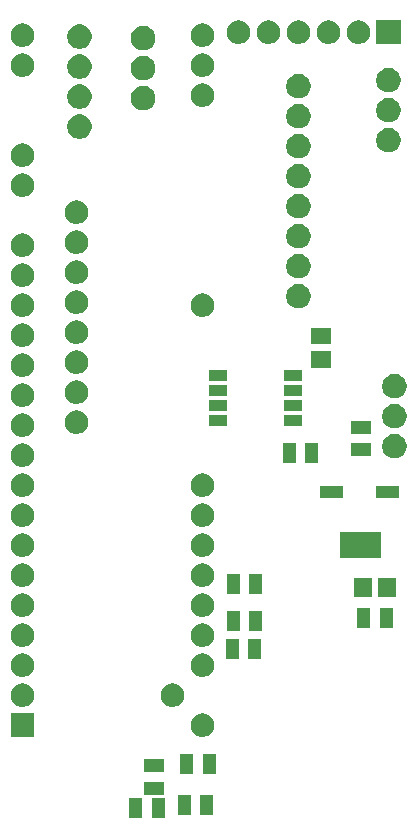
<source format=gbr>
G04 #@! TF.GenerationSoftware,KiCad,Pcbnew,(5.0.1)-rc2*
G04 #@! TF.CreationDate,2018-11-18T21:24:52-07:00*
G04 #@! TF.ProjectId,GPSLogger,4750534C6F676765722E6B696361645F,rev?*
G04 #@! TF.SameCoordinates,Original*
G04 #@! TF.FileFunction,Soldermask,Bot*
G04 #@! TF.FilePolarity,Negative*
%FSLAX46Y46*%
G04 Gerber Fmt 4.6, Leading zero omitted, Abs format (unit mm)*
G04 Created by KiCad (PCBNEW (5.0.1)-rc2) date 11/18/2018 9:24:52 PM*
%MOMM*%
%LPD*%
G01*
G04 APERTURE LIST*
%ADD10C,0.100000*%
G04 APERTURE END LIST*
D10*
G36*
X142086500Y-94512500D02*
X140986500Y-94512500D01*
X140986500Y-92812500D01*
X142086500Y-92812500D01*
X142086500Y-94512500D01*
X142086500Y-94512500D01*
G37*
G36*
X140186500Y-94512500D02*
X139086500Y-94512500D01*
X139086500Y-92812500D01*
X140186500Y-92812500D01*
X140186500Y-94512500D01*
X140186500Y-94512500D01*
G37*
G36*
X146216500Y-94195000D02*
X145116500Y-94195000D01*
X145116500Y-92495000D01*
X146216500Y-92495000D01*
X146216500Y-94195000D01*
X146216500Y-94195000D01*
G37*
G36*
X144316500Y-94195000D02*
X143216500Y-94195000D01*
X143216500Y-92495000D01*
X144316500Y-92495000D01*
X144316500Y-94195000D01*
X144316500Y-94195000D01*
G37*
G36*
X142074000Y-92498000D02*
X140374000Y-92498000D01*
X140374000Y-91398000D01*
X142074000Y-91398000D01*
X142074000Y-92498000D01*
X142074000Y-92498000D01*
G37*
G36*
X146407000Y-90766000D02*
X145307000Y-90766000D01*
X145307000Y-89066000D01*
X146407000Y-89066000D01*
X146407000Y-90766000D01*
X146407000Y-90766000D01*
G37*
G36*
X144507000Y-90766000D02*
X143407000Y-90766000D01*
X143407000Y-89066000D01*
X144507000Y-89066000D01*
X144507000Y-90766000D01*
X144507000Y-90766000D01*
G37*
G36*
X142074000Y-90598000D02*
X140374000Y-90598000D01*
X140374000Y-89498000D01*
X142074000Y-89498000D01*
X142074000Y-90598000D01*
X142074000Y-90598000D01*
G37*
G36*
X131048000Y-87614000D02*
X129048000Y-87614000D01*
X129048000Y-85614000D01*
X131048000Y-85614000D01*
X131048000Y-87614000D01*
X131048000Y-87614000D01*
G37*
G36*
X145463770Y-85629372D02*
X145579689Y-85652429D01*
X145761678Y-85727811D01*
X145925463Y-85837249D01*
X146064751Y-85976537D01*
X146174189Y-86140322D01*
X146249571Y-86322311D01*
X146288000Y-86515509D01*
X146288000Y-86712491D01*
X146249571Y-86905689D01*
X146174189Y-87087678D01*
X146064751Y-87251463D01*
X145925463Y-87390751D01*
X145761678Y-87500189D01*
X145579689Y-87575571D01*
X145463770Y-87598628D01*
X145386493Y-87614000D01*
X145189507Y-87614000D01*
X145112230Y-87598628D01*
X144996311Y-87575571D01*
X144814322Y-87500189D01*
X144650537Y-87390751D01*
X144511249Y-87251463D01*
X144401811Y-87087678D01*
X144326429Y-86905689D01*
X144288000Y-86712491D01*
X144288000Y-86515509D01*
X144326429Y-86322311D01*
X144401811Y-86140322D01*
X144511249Y-85976537D01*
X144650537Y-85837249D01*
X144814322Y-85727811D01*
X144996311Y-85652429D01*
X145112230Y-85629372D01*
X145189507Y-85614000D01*
X145386493Y-85614000D01*
X145463770Y-85629372D01*
X145463770Y-85629372D01*
G37*
G36*
X142923770Y-83089372D02*
X143039689Y-83112429D01*
X143221678Y-83187811D01*
X143385463Y-83297249D01*
X143524751Y-83436537D01*
X143634189Y-83600322D01*
X143709571Y-83782311D01*
X143748000Y-83975509D01*
X143748000Y-84172491D01*
X143709571Y-84365689D01*
X143634189Y-84547678D01*
X143524751Y-84711463D01*
X143385463Y-84850751D01*
X143221678Y-84960189D01*
X143039689Y-85035571D01*
X142923770Y-85058628D01*
X142846493Y-85074000D01*
X142649507Y-85074000D01*
X142572230Y-85058628D01*
X142456311Y-85035571D01*
X142274322Y-84960189D01*
X142110537Y-84850751D01*
X141971249Y-84711463D01*
X141861811Y-84547678D01*
X141786429Y-84365689D01*
X141748000Y-84172491D01*
X141748000Y-83975509D01*
X141786429Y-83782311D01*
X141861811Y-83600322D01*
X141971249Y-83436537D01*
X142110537Y-83297249D01*
X142274322Y-83187811D01*
X142456311Y-83112429D01*
X142572230Y-83089372D01*
X142649507Y-83074000D01*
X142846493Y-83074000D01*
X142923770Y-83089372D01*
X142923770Y-83089372D01*
G37*
G36*
X130223770Y-83089372D02*
X130339689Y-83112429D01*
X130521678Y-83187811D01*
X130685463Y-83297249D01*
X130824751Y-83436537D01*
X130934189Y-83600322D01*
X131009571Y-83782311D01*
X131048000Y-83975509D01*
X131048000Y-84172491D01*
X131009571Y-84365689D01*
X130934189Y-84547678D01*
X130824751Y-84711463D01*
X130685463Y-84850751D01*
X130521678Y-84960189D01*
X130339689Y-85035571D01*
X130223770Y-85058628D01*
X130146493Y-85074000D01*
X129949507Y-85074000D01*
X129872230Y-85058628D01*
X129756311Y-85035571D01*
X129574322Y-84960189D01*
X129410537Y-84850751D01*
X129271249Y-84711463D01*
X129161811Y-84547678D01*
X129086429Y-84365689D01*
X129048000Y-84172491D01*
X129048000Y-83975509D01*
X129086429Y-83782311D01*
X129161811Y-83600322D01*
X129271249Y-83436537D01*
X129410537Y-83297249D01*
X129574322Y-83187811D01*
X129756311Y-83112429D01*
X129872230Y-83089372D01*
X129949507Y-83074000D01*
X130146493Y-83074000D01*
X130223770Y-83089372D01*
X130223770Y-83089372D01*
G37*
G36*
X130223770Y-80549372D02*
X130339689Y-80572429D01*
X130521678Y-80647811D01*
X130685463Y-80757249D01*
X130824751Y-80896537D01*
X130934189Y-81060322D01*
X131009571Y-81242311D01*
X131048000Y-81435509D01*
X131048000Y-81632491D01*
X131009571Y-81825689D01*
X130934189Y-82007678D01*
X130824751Y-82171463D01*
X130685463Y-82310751D01*
X130521678Y-82420189D01*
X130339689Y-82495571D01*
X130223770Y-82518628D01*
X130146493Y-82534000D01*
X129949507Y-82534000D01*
X129872230Y-82518628D01*
X129756311Y-82495571D01*
X129574322Y-82420189D01*
X129410537Y-82310751D01*
X129271249Y-82171463D01*
X129161811Y-82007678D01*
X129086429Y-81825689D01*
X129048000Y-81632491D01*
X129048000Y-81435509D01*
X129086429Y-81242311D01*
X129161811Y-81060322D01*
X129271249Y-80896537D01*
X129410537Y-80757249D01*
X129574322Y-80647811D01*
X129756311Y-80572429D01*
X129872230Y-80549372D01*
X129949507Y-80534000D01*
X130146493Y-80534000D01*
X130223770Y-80549372D01*
X130223770Y-80549372D01*
G37*
G36*
X145463770Y-80549372D02*
X145579689Y-80572429D01*
X145761678Y-80647811D01*
X145925463Y-80757249D01*
X146064751Y-80896537D01*
X146174189Y-81060322D01*
X146249571Y-81242311D01*
X146288000Y-81435509D01*
X146288000Y-81632491D01*
X146249571Y-81825689D01*
X146174189Y-82007678D01*
X146064751Y-82171463D01*
X145925463Y-82310751D01*
X145761678Y-82420189D01*
X145579689Y-82495571D01*
X145463770Y-82518628D01*
X145386493Y-82534000D01*
X145189507Y-82534000D01*
X145112230Y-82518628D01*
X144996311Y-82495571D01*
X144814322Y-82420189D01*
X144650537Y-82310751D01*
X144511249Y-82171463D01*
X144401811Y-82007678D01*
X144326429Y-81825689D01*
X144288000Y-81632491D01*
X144288000Y-81435509D01*
X144326429Y-81242311D01*
X144401811Y-81060322D01*
X144511249Y-80896537D01*
X144650537Y-80757249D01*
X144814322Y-80647811D01*
X144996311Y-80572429D01*
X145112230Y-80549372D01*
X145189507Y-80534000D01*
X145386493Y-80534000D01*
X145463770Y-80549372D01*
X145463770Y-80549372D01*
G37*
G36*
X148383000Y-81050500D02*
X147283000Y-81050500D01*
X147283000Y-79350500D01*
X148383000Y-79350500D01*
X148383000Y-81050500D01*
X148383000Y-81050500D01*
G37*
G36*
X150283000Y-81050500D02*
X149183000Y-81050500D01*
X149183000Y-79350500D01*
X150283000Y-79350500D01*
X150283000Y-81050500D01*
X150283000Y-81050500D01*
G37*
G36*
X130223770Y-78009372D02*
X130339689Y-78032429D01*
X130521678Y-78107811D01*
X130685463Y-78217249D01*
X130824751Y-78356537D01*
X130934189Y-78520322D01*
X131009571Y-78702311D01*
X131048000Y-78895509D01*
X131048000Y-79092491D01*
X131009571Y-79285689D01*
X130934189Y-79467678D01*
X130824751Y-79631463D01*
X130685463Y-79770751D01*
X130521678Y-79880189D01*
X130339689Y-79955571D01*
X130223770Y-79978628D01*
X130146493Y-79994000D01*
X129949507Y-79994000D01*
X129872230Y-79978628D01*
X129756311Y-79955571D01*
X129574322Y-79880189D01*
X129410537Y-79770751D01*
X129271249Y-79631463D01*
X129161811Y-79467678D01*
X129086429Y-79285689D01*
X129048000Y-79092491D01*
X129048000Y-78895509D01*
X129086429Y-78702311D01*
X129161811Y-78520322D01*
X129271249Y-78356537D01*
X129410537Y-78217249D01*
X129574322Y-78107811D01*
X129756311Y-78032429D01*
X129872230Y-78009372D01*
X129949507Y-77994000D01*
X130146493Y-77994000D01*
X130223770Y-78009372D01*
X130223770Y-78009372D01*
G37*
G36*
X145463770Y-78009372D02*
X145579689Y-78032429D01*
X145761678Y-78107811D01*
X145925463Y-78217249D01*
X146064751Y-78356537D01*
X146174189Y-78520322D01*
X146249571Y-78702311D01*
X146288000Y-78895509D01*
X146288000Y-79092491D01*
X146249571Y-79285689D01*
X146174189Y-79467678D01*
X146064751Y-79631463D01*
X145925463Y-79770751D01*
X145761678Y-79880189D01*
X145579689Y-79955571D01*
X145463770Y-79978628D01*
X145386493Y-79994000D01*
X145189507Y-79994000D01*
X145112230Y-79978628D01*
X144996311Y-79955571D01*
X144814322Y-79880189D01*
X144650537Y-79770751D01*
X144511249Y-79631463D01*
X144401811Y-79467678D01*
X144326429Y-79285689D01*
X144288000Y-79092491D01*
X144288000Y-78895509D01*
X144326429Y-78702311D01*
X144401811Y-78520322D01*
X144511249Y-78356537D01*
X144650537Y-78217249D01*
X144814322Y-78107811D01*
X144996311Y-78032429D01*
X145112230Y-78009372D01*
X145189507Y-77994000D01*
X145386493Y-77994000D01*
X145463770Y-78009372D01*
X145463770Y-78009372D01*
G37*
G36*
X148444000Y-78637500D02*
X147344000Y-78637500D01*
X147344000Y-76937500D01*
X148444000Y-76937500D01*
X148444000Y-78637500D01*
X148444000Y-78637500D01*
G37*
G36*
X150344000Y-78637500D02*
X149244000Y-78637500D01*
X149244000Y-76937500D01*
X150344000Y-76937500D01*
X150344000Y-78637500D01*
X150344000Y-78637500D01*
G37*
G36*
X159490500Y-78383500D02*
X158390500Y-78383500D01*
X158390500Y-76683500D01*
X159490500Y-76683500D01*
X159490500Y-78383500D01*
X159490500Y-78383500D01*
G37*
G36*
X161390500Y-78383500D02*
X160290500Y-78383500D01*
X160290500Y-76683500D01*
X161390500Y-76683500D01*
X161390500Y-78383500D01*
X161390500Y-78383500D01*
G37*
G36*
X130223770Y-75469372D02*
X130339689Y-75492429D01*
X130521678Y-75567811D01*
X130685463Y-75677249D01*
X130824751Y-75816537D01*
X130934189Y-75980322D01*
X131009571Y-76162311D01*
X131048000Y-76355509D01*
X131048000Y-76552491D01*
X131009571Y-76745689D01*
X130934189Y-76927678D01*
X130824751Y-77091463D01*
X130685463Y-77230751D01*
X130521678Y-77340189D01*
X130339689Y-77415571D01*
X130223770Y-77438628D01*
X130146493Y-77454000D01*
X129949507Y-77454000D01*
X129872230Y-77438628D01*
X129756311Y-77415571D01*
X129574322Y-77340189D01*
X129410537Y-77230751D01*
X129271249Y-77091463D01*
X129161811Y-76927678D01*
X129086429Y-76745689D01*
X129048000Y-76552491D01*
X129048000Y-76355509D01*
X129086429Y-76162311D01*
X129161811Y-75980322D01*
X129271249Y-75816537D01*
X129410537Y-75677249D01*
X129574322Y-75567811D01*
X129756311Y-75492429D01*
X129872230Y-75469372D01*
X129949507Y-75454000D01*
X130146493Y-75454000D01*
X130223770Y-75469372D01*
X130223770Y-75469372D01*
G37*
G36*
X145463770Y-75469372D02*
X145579689Y-75492429D01*
X145761678Y-75567811D01*
X145925463Y-75677249D01*
X146064751Y-75816537D01*
X146174189Y-75980322D01*
X146249571Y-76162311D01*
X146288000Y-76355509D01*
X146288000Y-76552491D01*
X146249571Y-76745689D01*
X146174189Y-76927678D01*
X146064751Y-77091463D01*
X145925463Y-77230751D01*
X145761678Y-77340189D01*
X145579689Y-77415571D01*
X145463770Y-77438628D01*
X145386493Y-77454000D01*
X145189507Y-77454000D01*
X145112230Y-77438628D01*
X144996311Y-77415571D01*
X144814322Y-77340189D01*
X144650537Y-77230751D01*
X144511249Y-77091463D01*
X144401811Y-76927678D01*
X144326429Y-76745689D01*
X144288000Y-76552491D01*
X144288000Y-76355509D01*
X144326429Y-76162311D01*
X144401811Y-75980322D01*
X144511249Y-75816537D01*
X144650537Y-75677249D01*
X144814322Y-75567811D01*
X144996311Y-75492429D01*
X145112230Y-75469372D01*
X145189507Y-75454000D01*
X145386493Y-75454000D01*
X145463770Y-75469372D01*
X145463770Y-75469372D01*
G37*
G36*
X159613600Y-75793600D02*
X158140400Y-75793600D01*
X158140400Y-74142600D01*
X159613600Y-74142600D01*
X159613600Y-75793600D01*
X159613600Y-75793600D01*
G37*
G36*
X161645600Y-75780900D02*
X160172400Y-75780900D01*
X160172400Y-74129900D01*
X161645600Y-74129900D01*
X161645600Y-75780900D01*
X161645600Y-75780900D01*
G37*
G36*
X150346500Y-75526000D02*
X149246500Y-75526000D01*
X149246500Y-73826000D01*
X150346500Y-73826000D01*
X150346500Y-75526000D01*
X150346500Y-75526000D01*
G37*
G36*
X148446500Y-75526000D02*
X147346500Y-75526000D01*
X147346500Y-73826000D01*
X148446500Y-73826000D01*
X148446500Y-75526000D01*
X148446500Y-75526000D01*
G37*
G36*
X130223770Y-72929372D02*
X130339689Y-72952429D01*
X130521678Y-73027811D01*
X130685463Y-73137249D01*
X130824751Y-73276537D01*
X130934189Y-73440322D01*
X131009571Y-73622311D01*
X131048000Y-73815509D01*
X131048000Y-74012491D01*
X131009571Y-74205689D01*
X130934189Y-74387678D01*
X130824751Y-74551463D01*
X130685463Y-74690751D01*
X130521678Y-74800189D01*
X130339689Y-74875571D01*
X130223770Y-74898628D01*
X130146493Y-74914000D01*
X129949507Y-74914000D01*
X129872230Y-74898628D01*
X129756311Y-74875571D01*
X129574322Y-74800189D01*
X129410537Y-74690751D01*
X129271249Y-74551463D01*
X129161811Y-74387678D01*
X129086429Y-74205689D01*
X129048000Y-74012491D01*
X129048000Y-73815509D01*
X129086429Y-73622311D01*
X129161811Y-73440322D01*
X129271249Y-73276537D01*
X129410537Y-73137249D01*
X129574322Y-73027811D01*
X129756311Y-72952429D01*
X129872230Y-72929372D01*
X129949507Y-72914000D01*
X130146493Y-72914000D01*
X130223770Y-72929372D01*
X130223770Y-72929372D01*
G37*
G36*
X145463770Y-72929372D02*
X145579689Y-72952429D01*
X145761678Y-73027811D01*
X145925463Y-73137249D01*
X146064751Y-73276537D01*
X146174189Y-73440322D01*
X146249571Y-73622311D01*
X146288000Y-73815509D01*
X146288000Y-74012491D01*
X146249571Y-74205689D01*
X146174189Y-74387678D01*
X146064751Y-74551463D01*
X145925463Y-74690751D01*
X145761678Y-74800189D01*
X145579689Y-74875571D01*
X145463770Y-74898628D01*
X145386493Y-74914000D01*
X145189507Y-74914000D01*
X145112230Y-74898628D01*
X144996311Y-74875571D01*
X144814322Y-74800189D01*
X144650537Y-74690751D01*
X144511249Y-74551463D01*
X144401811Y-74387678D01*
X144326429Y-74205689D01*
X144288000Y-74012491D01*
X144288000Y-73815509D01*
X144326429Y-73622311D01*
X144401811Y-73440322D01*
X144511249Y-73276537D01*
X144650537Y-73137249D01*
X144814322Y-73027811D01*
X144996311Y-72952429D01*
X145112230Y-72929372D01*
X145189507Y-72914000D01*
X145386493Y-72914000D01*
X145463770Y-72929372D01*
X145463770Y-72929372D01*
G37*
G36*
X160380000Y-72478000D02*
X156980000Y-72478000D01*
X156980000Y-70278000D01*
X160380000Y-70278000D01*
X160380000Y-72478000D01*
X160380000Y-72478000D01*
G37*
G36*
X145463770Y-70389372D02*
X145579689Y-70412429D01*
X145761678Y-70487811D01*
X145925463Y-70597249D01*
X146064751Y-70736537D01*
X146174189Y-70900322D01*
X146249571Y-71082311D01*
X146288000Y-71275509D01*
X146288000Y-71472491D01*
X146249571Y-71665689D01*
X146174189Y-71847678D01*
X146064751Y-72011463D01*
X145925463Y-72150751D01*
X145761678Y-72260189D01*
X145579689Y-72335571D01*
X145463770Y-72358628D01*
X145386493Y-72374000D01*
X145189507Y-72374000D01*
X145112230Y-72358628D01*
X144996311Y-72335571D01*
X144814322Y-72260189D01*
X144650537Y-72150751D01*
X144511249Y-72011463D01*
X144401811Y-71847678D01*
X144326429Y-71665689D01*
X144288000Y-71472491D01*
X144288000Y-71275509D01*
X144326429Y-71082311D01*
X144401811Y-70900322D01*
X144511249Y-70736537D01*
X144650537Y-70597249D01*
X144814322Y-70487811D01*
X144996311Y-70412429D01*
X145112230Y-70389372D01*
X145189507Y-70374000D01*
X145386493Y-70374000D01*
X145463770Y-70389372D01*
X145463770Y-70389372D01*
G37*
G36*
X130223770Y-70389372D02*
X130339689Y-70412429D01*
X130521678Y-70487811D01*
X130685463Y-70597249D01*
X130824751Y-70736537D01*
X130934189Y-70900322D01*
X131009571Y-71082311D01*
X131048000Y-71275509D01*
X131048000Y-71472491D01*
X131009571Y-71665689D01*
X130934189Y-71847678D01*
X130824751Y-72011463D01*
X130685463Y-72150751D01*
X130521678Y-72260189D01*
X130339689Y-72335571D01*
X130223770Y-72358628D01*
X130146493Y-72374000D01*
X129949507Y-72374000D01*
X129872230Y-72358628D01*
X129756311Y-72335571D01*
X129574322Y-72260189D01*
X129410537Y-72150751D01*
X129271249Y-72011463D01*
X129161811Y-71847678D01*
X129086429Y-71665689D01*
X129048000Y-71472491D01*
X129048000Y-71275509D01*
X129086429Y-71082311D01*
X129161811Y-70900322D01*
X129271249Y-70736537D01*
X129410537Y-70597249D01*
X129574322Y-70487811D01*
X129756311Y-70412429D01*
X129872230Y-70389372D01*
X129949507Y-70374000D01*
X130146493Y-70374000D01*
X130223770Y-70389372D01*
X130223770Y-70389372D01*
G37*
G36*
X145463770Y-67849372D02*
X145579689Y-67872429D01*
X145761678Y-67947811D01*
X145925463Y-68057249D01*
X146064751Y-68196537D01*
X146174189Y-68360322D01*
X146249571Y-68542311D01*
X146288000Y-68735509D01*
X146288000Y-68932491D01*
X146249571Y-69125689D01*
X146174189Y-69307678D01*
X146064751Y-69471463D01*
X145925463Y-69610751D01*
X145761678Y-69720189D01*
X145579689Y-69795571D01*
X145463770Y-69818628D01*
X145386493Y-69834000D01*
X145189507Y-69834000D01*
X145112230Y-69818628D01*
X144996311Y-69795571D01*
X144814322Y-69720189D01*
X144650537Y-69610751D01*
X144511249Y-69471463D01*
X144401811Y-69307678D01*
X144326429Y-69125689D01*
X144288000Y-68932491D01*
X144288000Y-68735509D01*
X144326429Y-68542311D01*
X144401811Y-68360322D01*
X144511249Y-68196537D01*
X144650537Y-68057249D01*
X144814322Y-67947811D01*
X144996311Y-67872429D01*
X145112230Y-67849372D01*
X145189507Y-67834000D01*
X145386493Y-67834000D01*
X145463770Y-67849372D01*
X145463770Y-67849372D01*
G37*
G36*
X130223770Y-67849372D02*
X130339689Y-67872429D01*
X130521678Y-67947811D01*
X130685463Y-68057249D01*
X130824751Y-68196537D01*
X130934189Y-68360322D01*
X131009571Y-68542311D01*
X131048000Y-68735509D01*
X131048000Y-68932491D01*
X131009571Y-69125689D01*
X130934189Y-69307678D01*
X130824751Y-69471463D01*
X130685463Y-69610751D01*
X130521678Y-69720189D01*
X130339689Y-69795571D01*
X130223770Y-69818628D01*
X130146493Y-69834000D01*
X129949507Y-69834000D01*
X129872230Y-69818628D01*
X129756311Y-69795571D01*
X129574322Y-69720189D01*
X129410537Y-69610751D01*
X129271249Y-69471463D01*
X129161811Y-69307678D01*
X129086429Y-69125689D01*
X129048000Y-68932491D01*
X129048000Y-68735509D01*
X129086429Y-68542311D01*
X129161811Y-68360322D01*
X129271249Y-68196537D01*
X129410537Y-68057249D01*
X129574322Y-67947811D01*
X129756311Y-67872429D01*
X129872230Y-67849372D01*
X129949507Y-67834000D01*
X130146493Y-67834000D01*
X130223770Y-67849372D01*
X130223770Y-67849372D01*
G37*
G36*
X161942000Y-67378000D02*
X160018000Y-67378000D01*
X160018000Y-66378000D01*
X161942000Y-66378000D01*
X161942000Y-67378000D01*
X161942000Y-67378000D01*
G37*
G36*
X157192000Y-67378000D02*
X155268000Y-67378000D01*
X155268000Y-66378000D01*
X157192000Y-66378000D01*
X157192000Y-67378000D01*
X157192000Y-67378000D01*
G37*
G36*
X145463770Y-65309372D02*
X145579689Y-65332429D01*
X145761678Y-65407811D01*
X145925463Y-65517249D01*
X146064751Y-65656537D01*
X146174189Y-65820322D01*
X146249571Y-66002311D01*
X146288000Y-66195509D01*
X146288000Y-66392491D01*
X146249571Y-66585689D01*
X146174189Y-66767678D01*
X146064751Y-66931463D01*
X145925463Y-67070751D01*
X145761678Y-67180189D01*
X145579689Y-67255571D01*
X145463770Y-67278628D01*
X145386493Y-67294000D01*
X145189507Y-67294000D01*
X145112230Y-67278628D01*
X144996311Y-67255571D01*
X144814322Y-67180189D01*
X144650537Y-67070751D01*
X144511249Y-66931463D01*
X144401811Y-66767678D01*
X144326429Y-66585689D01*
X144288000Y-66392491D01*
X144288000Y-66195509D01*
X144326429Y-66002311D01*
X144401811Y-65820322D01*
X144511249Y-65656537D01*
X144650537Y-65517249D01*
X144814322Y-65407811D01*
X144996311Y-65332429D01*
X145112230Y-65309372D01*
X145189507Y-65294000D01*
X145386493Y-65294000D01*
X145463770Y-65309372D01*
X145463770Y-65309372D01*
G37*
G36*
X130223770Y-65309372D02*
X130339689Y-65332429D01*
X130521678Y-65407811D01*
X130685463Y-65517249D01*
X130824751Y-65656537D01*
X130934189Y-65820322D01*
X131009571Y-66002311D01*
X131048000Y-66195509D01*
X131048000Y-66392491D01*
X131009571Y-66585689D01*
X130934189Y-66767678D01*
X130824751Y-66931463D01*
X130685463Y-67070751D01*
X130521678Y-67180189D01*
X130339689Y-67255571D01*
X130223770Y-67278628D01*
X130146493Y-67294000D01*
X129949507Y-67294000D01*
X129872230Y-67278628D01*
X129756311Y-67255571D01*
X129574322Y-67180189D01*
X129410537Y-67070751D01*
X129271249Y-66931463D01*
X129161811Y-66767678D01*
X129086429Y-66585689D01*
X129048000Y-66392491D01*
X129048000Y-66195509D01*
X129086429Y-66002311D01*
X129161811Y-65820322D01*
X129271249Y-65656537D01*
X129410537Y-65517249D01*
X129574322Y-65407811D01*
X129756311Y-65332429D01*
X129872230Y-65309372D01*
X129949507Y-65294000D01*
X130146493Y-65294000D01*
X130223770Y-65309372D01*
X130223770Y-65309372D01*
G37*
G36*
X130223770Y-62769372D02*
X130339689Y-62792429D01*
X130521678Y-62867811D01*
X130685463Y-62977249D01*
X130824751Y-63116537D01*
X130934189Y-63280322D01*
X131009571Y-63462311D01*
X131048000Y-63655509D01*
X131048000Y-63852491D01*
X131009571Y-64045689D01*
X130934189Y-64227678D01*
X130824751Y-64391463D01*
X130685463Y-64530751D01*
X130521678Y-64640189D01*
X130339689Y-64715571D01*
X130223770Y-64738628D01*
X130146493Y-64754000D01*
X129949507Y-64754000D01*
X129872230Y-64738628D01*
X129756311Y-64715571D01*
X129574322Y-64640189D01*
X129410537Y-64530751D01*
X129271249Y-64391463D01*
X129161811Y-64227678D01*
X129086429Y-64045689D01*
X129048000Y-63852491D01*
X129048000Y-63655509D01*
X129086429Y-63462311D01*
X129161811Y-63280322D01*
X129271249Y-63116537D01*
X129410537Y-62977249D01*
X129574322Y-62867811D01*
X129756311Y-62792429D01*
X129872230Y-62769372D01*
X129949507Y-62754000D01*
X130146493Y-62754000D01*
X130223770Y-62769372D01*
X130223770Y-62769372D01*
G37*
G36*
X153204000Y-64413500D02*
X152104000Y-64413500D01*
X152104000Y-62713500D01*
X153204000Y-62713500D01*
X153204000Y-64413500D01*
X153204000Y-64413500D01*
G37*
G36*
X155104000Y-64413500D02*
X154004000Y-64413500D01*
X154004000Y-62713500D01*
X155104000Y-62713500D01*
X155104000Y-64413500D01*
X155104000Y-64413500D01*
G37*
G36*
X161847765Y-61990620D02*
X162037289Y-62069123D01*
X162207855Y-62183092D01*
X162352908Y-62328145D01*
X162466877Y-62498711D01*
X162545380Y-62688235D01*
X162585400Y-62889430D01*
X162585400Y-63094570D01*
X162545380Y-63295765D01*
X162466877Y-63485289D01*
X162352908Y-63655855D01*
X162207855Y-63800908D01*
X162037289Y-63914877D01*
X161847765Y-63993380D01*
X161646570Y-64033400D01*
X161441430Y-64033400D01*
X161240235Y-63993380D01*
X161050711Y-63914877D01*
X160880145Y-63800908D01*
X160735092Y-63655855D01*
X160621123Y-63485289D01*
X160542620Y-63295765D01*
X160502600Y-63094570D01*
X160502600Y-62889430D01*
X160542620Y-62688235D01*
X160621123Y-62498711D01*
X160735092Y-62328145D01*
X160880145Y-62183092D01*
X161050711Y-62069123D01*
X161240235Y-61990620D01*
X161441430Y-61950600D01*
X161646570Y-61950600D01*
X161847765Y-61990620D01*
X161847765Y-61990620D01*
G37*
G36*
X159600000Y-63859500D02*
X157900000Y-63859500D01*
X157900000Y-62759500D01*
X159600000Y-62759500D01*
X159600000Y-63859500D01*
X159600000Y-63859500D01*
G37*
G36*
X130223770Y-60229372D02*
X130339689Y-60252429D01*
X130521678Y-60327811D01*
X130685463Y-60437249D01*
X130824751Y-60576537D01*
X130934189Y-60740322D01*
X131009571Y-60922311D01*
X131048000Y-61115509D01*
X131048000Y-61312491D01*
X131009571Y-61505689D01*
X130934189Y-61687678D01*
X130824751Y-61851463D01*
X130685463Y-61990751D01*
X130521678Y-62100189D01*
X130339689Y-62175571D01*
X130223770Y-62198628D01*
X130146493Y-62214000D01*
X129949507Y-62214000D01*
X129872230Y-62198628D01*
X129756311Y-62175571D01*
X129574322Y-62100189D01*
X129410537Y-61990751D01*
X129271249Y-61851463D01*
X129161811Y-61687678D01*
X129086429Y-61505689D01*
X129048000Y-61312491D01*
X129048000Y-61115509D01*
X129086429Y-60922311D01*
X129161811Y-60740322D01*
X129271249Y-60576537D01*
X129410537Y-60437249D01*
X129574322Y-60327811D01*
X129756311Y-60252429D01*
X129872230Y-60229372D01*
X129949507Y-60214000D01*
X130146493Y-60214000D01*
X130223770Y-60229372D01*
X130223770Y-60229372D01*
G37*
G36*
X134795770Y-59975372D02*
X134911689Y-59998429D01*
X135093678Y-60073811D01*
X135257463Y-60183249D01*
X135396751Y-60322537D01*
X135506189Y-60486322D01*
X135581571Y-60668311D01*
X135595895Y-60740325D01*
X135619601Y-60859500D01*
X135620000Y-60861509D01*
X135620000Y-61058491D01*
X135581571Y-61251689D01*
X135506189Y-61433678D01*
X135396751Y-61597463D01*
X135257463Y-61736751D01*
X135093678Y-61846189D01*
X134911689Y-61921571D01*
X134795770Y-61944628D01*
X134718493Y-61960000D01*
X134521507Y-61960000D01*
X134444230Y-61944628D01*
X134328311Y-61921571D01*
X134146322Y-61846189D01*
X133982537Y-61736751D01*
X133843249Y-61597463D01*
X133733811Y-61433678D01*
X133658429Y-61251689D01*
X133620000Y-61058491D01*
X133620000Y-60861509D01*
X133620400Y-60859500D01*
X133644105Y-60740325D01*
X133658429Y-60668311D01*
X133733811Y-60486322D01*
X133843249Y-60322537D01*
X133982537Y-60183249D01*
X134146322Y-60073811D01*
X134328311Y-59998429D01*
X134444230Y-59975372D01*
X134521507Y-59960000D01*
X134718493Y-59960000D01*
X134795770Y-59975372D01*
X134795770Y-59975372D01*
G37*
G36*
X159600000Y-61959500D02*
X157900000Y-61959500D01*
X157900000Y-60859500D01*
X159600000Y-60859500D01*
X159600000Y-61959500D01*
X159600000Y-61959500D01*
G37*
G36*
X161847765Y-59450620D02*
X162037289Y-59529123D01*
X162207855Y-59643092D01*
X162352908Y-59788145D01*
X162466877Y-59958711D01*
X162545380Y-60148235D01*
X162585400Y-60349430D01*
X162585400Y-60554570D01*
X162545380Y-60755765D01*
X162466877Y-60945289D01*
X162352908Y-61115855D01*
X162207855Y-61260908D01*
X162037289Y-61374877D01*
X161847765Y-61453380D01*
X161646570Y-61493400D01*
X161441430Y-61493400D01*
X161240235Y-61453380D01*
X161050711Y-61374877D01*
X160880145Y-61260908D01*
X160735092Y-61115855D01*
X160621123Y-60945289D01*
X160542620Y-60755765D01*
X160502600Y-60554570D01*
X160502600Y-60349430D01*
X160542620Y-60148235D01*
X160621123Y-59958711D01*
X160735092Y-59788145D01*
X160880145Y-59643092D01*
X161050711Y-59529123D01*
X161240235Y-59450620D01*
X161441430Y-59410600D01*
X161646570Y-59410600D01*
X161847765Y-59450620D01*
X161847765Y-59450620D01*
G37*
G36*
X153743000Y-61287000D02*
X152200000Y-61287000D01*
X152200000Y-60379000D01*
X153743000Y-60379000D01*
X153743000Y-61287000D01*
X153743000Y-61287000D01*
G37*
G36*
X147393000Y-61287000D02*
X145850000Y-61287000D01*
X145850000Y-60379000D01*
X147393000Y-60379000D01*
X147393000Y-61287000D01*
X147393000Y-61287000D01*
G37*
G36*
X147393000Y-60017000D02*
X145850000Y-60017000D01*
X145850000Y-59109000D01*
X147393000Y-59109000D01*
X147393000Y-60017000D01*
X147393000Y-60017000D01*
G37*
G36*
X153743000Y-60017000D02*
X152200000Y-60017000D01*
X152200000Y-59109000D01*
X153743000Y-59109000D01*
X153743000Y-60017000D01*
X153743000Y-60017000D01*
G37*
G36*
X130223770Y-57689372D02*
X130339689Y-57712429D01*
X130521678Y-57787811D01*
X130685463Y-57897249D01*
X130824751Y-58036537D01*
X130934189Y-58200322D01*
X131009571Y-58382311D01*
X131048000Y-58575509D01*
X131048000Y-58772491D01*
X131009571Y-58965689D01*
X130934189Y-59147678D01*
X130824751Y-59311463D01*
X130685463Y-59450751D01*
X130521678Y-59560189D01*
X130339689Y-59635571D01*
X130223770Y-59658628D01*
X130146493Y-59674000D01*
X129949507Y-59674000D01*
X129872230Y-59658628D01*
X129756311Y-59635571D01*
X129574322Y-59560189D01*
X129410537Y-59450751D01*
X129271249Y-59311463D01*
X129161811Y-59147678D01*
X129086429Y-58965689D01*
X129048000Y-58772491D01*
X129048000Y-58575509D01*
X129086429Y-58382311D01*
X129161811Y-58200322D01*
X129271249Y-58036537D01*
X129410537Y-57897249D01*
X129574322Y-57787811D01*
X129756311Y-57712429D01*
X129872230Y-57689372D01*
X129949507Y-57674000D01*
X130146493Y-57674000D01*
X130223770Y-57689372D01*
X130223770Y-57689372D01*
G37*
G36*
X134795770Y-57435372D02*
X134911689Y-57458429D01*
X135093678Y-57533811D01*
X135257463Y-57643249D01*
X135396751Y-57782537D01*
X135506189Y-57946322D01*
X135581571Y-58128311D01*
X135620000Y-58321509D01*
X135620000Y-58518491D01*
X135581571Y-58711689D01*
X135506189Y-58893678D01*
X135396751Y-59057463D01*
X135257463Y-59196751D01*
X135093678Y-59306189D01*
X134911689Y-59381571D01*
X134795770Y-59404628D01*
X134718493Y-59420000D01*
X134521507Y-59420000D01*
X134444230Y-59404628D01*
X134328311Y-59381571D01*
X134146322Y-59306189D01*
X133982537Y-59196751D01*
X133843249Y-59057463D01*
X133733811Y-58893678D01*
X133658429Y-58711689D01*
X133620000Y-58518491D01*
X133620000Y-58321509D01*
X133658429Y-58128311D01*
X133733811Y-57946322D01*
X133843249Y-57782537D01*
X133982537Y-57643249D01*
X134146322Y-57533811D01*
X134328311Y-57458429D01*
X134444230Y-57435372D01*
X134521507Y-57420000D01*
X134718493Y-57420000D01*
X134795770Y-57435372D01*
X134795770Y-57435372D01*
G37*
G36*
X161847765Y-56910620D02*
X162037289Y-56989123D01*
X162207855Y-57103092D01*
X162352908Y-57248145D01*
X162466877Y-57418711D01*
X162545380Y-57608235D01*
X162585400Y-57809430D01*
X162585400Y-58014570D01*
X162545380Y-58215765D01*
X162466877Y-58405289D01*
X162352908Y-58575855D01*
X162207855Y-58720908D01*
X162037289Y-58834877D01*
X161847765Y-58913380D01*
X161646570Y-58953400D01*
X161441430Y-58953400D01*
X161240235Y-58913380D01*
X161050711Y-58834877D01*
X160880145Y-58720908D01*
X160735092Y-58575855D01*
X160621123Y-58405289D01*
X160542620Y-58215765D01*
X160502600Y-58014570D01*
X160502600Y-57809430D01*
X160542620Y-57608235D01*
X160621123Y-57418711D01*
X160735092Y-57248145D01*
X160880145Y-57103092D01*
X161050711Y-56989123D01*
X161240235Y-56910620D01*
X161441430Y-56870600D01*
X161646570Y-56870600D01*
X161847765Y-56910620D01*
X161847765Y-56910620D01*
G37*
G36*
X147393000Y-58747000D02*
X145850000Y-58747000D01*
X145850000Y-57839000D01*
X147393000Y-57839000D01*
X147393000Y-58747000D01*
X147393000Y-58747000D01*
G37*
G36*
X153743000Y-58747000D02*
X152200000Y-58747000D01*
X152200000Y-57839000D01*
X153743000Y-57839000D01*
X153743000Y-58747000D01*
X153743000Y-58747000D01*
G37*
G36*
X147393000Y-57477000D02*
X145850000Y-57477000D01*
X145850000Y-56569000D01*
X147393000Y-56569000D01*
X147393000Y-57477000D01*
X147393000Y-57477000D01*
G37*
G36*
X153743000Y-57477000D02*
X152200000Y-57477000D01*
X152200000Y-56569000D01*
X153743000Y-56569000D01*
X153743000Y-57477000D01*
X153743000Y-57477000D01*
G37*
G36*
X130223770Y-55149372D02*
X130339689Y-55172429D01*
X130521678Y-55247811D01*
X130685463Y-55357249D01*
X130824751Y-55496537D01*
X130934189Y-55660322D01*
X131009571Y-55842311D01*
X131048000Y-56035509D01*
X131048000Y-56232491D01*
X131009571Y-56425689D01*
X130934189Y-56607678D01*
X130824751Y-56771463D01*
X130685463Y-56910751D01*
X130521678Y-57020189D01*
X130339689Y-57095571D01*
X130223770Y-57118628D01*
X130146493Y-57134000D01*
X129949507Y-57134000D01*
X129872230Y-57118628D01*
X129756311Y-57095571D01*
X129574322Y-57020189D01*
X129410537Y-56910751D01*
X129271249Y-56771463D01*
X129161811Y-56607678D01*
X129086429Y-56425689D01*
X129048000Y-56232491D01*
X129048000Y-56035509D01*
X129086429Y-55842311D01*
X129161811Y-55660322D01*
X129271249Y-55496537D01*
X129410537Y-55357249D01*
X129574322Y-55247811D01*
X129756311Y-55172429D01*
X129872230Y-55149372D01*
X129949507Y-55134000D01*
X130146493Y-55134000D01*
X130223770Y-55149372D01*
X130223770Y-55149372D01*
G37*
G36*
X134795770Y-54895372D02*
X134911689Y-54918429D01*
X135093678Y-54993811D01*
X135257463Y-55103249D01*
X135396751Y-55242537D01*
X135506189Y-55406322D01*
X135581571Y-55588311D01*
X135620000Y-55781509D01*
X135620000Y-55978491D01*
X135581571Y-56171689D01*
X135506189Y-56353678D01*
X135396751Y-56517463D01*
X135257463Y-56656751D01*
X135093678Y-56766189D01*
X134911689Y-56841571D01*
X134795770Y-56864628D01*
X134718493Y-56880000D01*
X134521507Y-56880000D01*
X134444230Y-56864628D01*
X134328311Y-56841571D01*
X134146322Y-56766189D01*
X133982537Y-56656751D01*
X133843249Y-56517463D01*
X133733811Y-56353678D01*
X133658429Y-56171689D01*
X133620000Y-55978491D01*
X133620000Y-55781509D01*
X133658429Y-55588311D01*
X133733811Y-55406322D01*
X133843249Y-55242537D01*
X133982537Y-55103249D01*
X134146322Y-54993811D01*
X134328311Y-54918429D01*
X134444230Y-54895372D01*
X134521507Y-54880000D01*
X134718493Y-54880000D01*
X134795770Y-54895372D01*
X134795770Y-54895372D01*
G37*
G36*
X156146000Y-56357500D02*
X154496000Y-56357500D01*
X154496000Y-54957500D01*
X156146000Y-54957500D01*
X156146000Y-56357500D01*
X156146000Y-56357500D01*
G37*
G36*
X130223770Y-52609372D02*
X130339689Y-52632429D01*
X130521678Y-52707811D01*
X130685463Y-52817249D01*
X130824751Y-52956537D01*
X130934189Y-53120322D01*
X131009571Y-53302311D01*
X131048000Y-53495509D01*
X131048000Y-53692491D01*
X131009571Y-53885689D01*
X130934189Y-54067678D01*
X130824751Y-54231463D01*
X130685463Y-54370751D01*
X130521678Y-54480189D01*
X130339689Y-54555571D01*
X130223770Y-54578628D01*
X130146493Y-54594000D01*
X129949507Y-54594000D01*
X129872230Y-54578628D01*
X129756311Y-54555571D01*
X129574322Y-54480189D01*
X129410537Y-54370751D01*
X129271249Y-54231463D01*
X129161811Y-54067678D01*
X129086429Y-53885689D01*
X129048000Y-53692491D01*
X129048000Y-53495509D01*
X129086429Y-53302311D01*
X129161811Y-53120322D01*
X129271249Y-52956537D01*
X129410537Y-52817249D01*
X129574322Y-52707811D01*
X129756311Y-52632429D01*
X129872230Y-52609372D01*
X129949507Y-52594000D01*
X130146493Y-52594000D01*
X130223770Y-52609372D01*
X130223770Y-52609372D01*
G37*
G36*
X156146000Y-54357500D02*
X154496000Y-54357500D01*
X154496000Y-52957500D01*
X156146000Y-52957500D01*
X156146000Y-54357500D01*
X156146000Y-54357500D01*
G37*
G36*
X134795770Y-52355372D02*
X134911689Y-52378429D01*
X135093678Y-52453811D01*
X135257463Y-52563249D01*
X135396751Y-52702537D01*
X135506189Y-52866322D01*
X135581571Y-53048311D01*
X135620000Y-53241509D01*
X135620000Y-53438491D01*
X135581571Y-53631689D01*
X135506189Y-53813678D01*
X135396751Y-53977463D01*
X135257463Y-54116751D01*
X135093678Y-54226189D01*
X134911689Y-54301571D01*
X134795770Y-54324628D01*
X134718493Y-54340000D01*
X134521507Y-54340000D01*
X134444230Y-54324628D01*
X134328311Y-54301571D01*
X134146322Y-54226189D01*
X133982537Y-54116751D01*
X133843249Y-53977463D01*
X133733811Y-53813678D01*
X133658429Y-53631689D01*
X133620000Y-53438491D01*
X133620000Y-53241509D01*
X133658429Y-53048311D01*
X133733811Y-52866322D01*
X133843249Y-52702537D01*
X133982537Y-52563249D01*
X134146322Y-52453811D01*
X134328311Y-52378429D01*
X134444230Y-52355372D01*
X134521507Y-52340000D01*
X134718493Y-52340000D01*
X134795770Y-52355372D01*
X134795770Y-52355372D01*
G37*
G36*
X130223770Y-50069372D02*
X130339689Y-50092429D01*
X130521678Y-50167811D01*
X130685463Y-50277249D01*
X130824751Y-50416537D01*
X130934189Y-50580322D01*
X131009571Y-50762311D01*
X131048000Y-50955509D01*
X131048000Y-51152491D01*
X131009571Y-51345689D01*
X130934189Y-51527678D01*
X130824751Y-51691463D01*
X130685463Y-51830751D01*
X130521678Y-51940189D01*
X130339689Y-52015571D01*
X130223770Y-52038628D01*
X130146493Y-52054000D01*
X129949507Y-52054000D01*
X129872230Y-52038628D01*
X129756311Y-52015571D01*
X129574322Y-51940189D01*
X129410537Y-51830751D01*
X129271249Y-51691463D01*
X129161811Y-51527678D01*
X129086429Y-51345689D01*
X129048000Y-51152491D01*
X129048000Y-50955509D01*
X129086429Y-50762311D01*
X129161811Y-50580322D01*
X129271249Y-50416537D01*
X129410537Y-50277249D01*
X129574322Y-50167811D01*
X129756311Y-50092429D01*
X129872230Y-50069372D01*
X129949507Y-50054000D01*
X130146493Y-50054000D01*
X130223770Y-50069372D01*
X130223770Y-50069372D01*
G37*
G36*
X145463770Y-50069372D02*
X145579689Y-50092429D01*
X145761678Y-50167811D01*
X145925463Y-50277249D01*
X146064751Y-50416537D01*
X146174189Y-50580322D01*
X146249571Y-50762311D01*
X146288000Y-50955509D01*
X146288000Y-51152491D01*
X146249571Y-51345689D01*
X146174189Y-51527678D01*
X146064751Y-51691463D01*
X145925463Y-51830751D01*
X145761678Y-51940189D01*
X145579689Y-52015571D01*
X145463770Y-52038628D01*
X145386493Y-52054000D01*
X145189507Y-52054000D01*
X145112230Y-52038628D01*
X144996311Y-52015571D01*
X144814322Y-51940189D01*
X144650537Y-51830751D01*
X144511249Y-51691463D01*
X144401811Y-51527678D01*
X144326429Y-51345689D01*
X144288000Y-51152491D01*
X144288000Y-50955509D01*
X144326429Y-50762311D01*
X144401811Y-50580322D01*
X144511249Y-50416537D01*
X144650537Y-50277249D01*
X144814322Y-50167811D01*
X144996311Y-50092429D01*
X145112230Y-50069372D01*
X145189507Y-50054000D01*
X145386493Y-50054000D01*
X145463770Y-50069372D01*
X145463770Y-50069372D01*
G37*
G36*
X134795770Y-49815372D02*
X134911689Y-49838429D01*
X135093678Y-49913811D01*
X135257463Y-50023249D01*
X135396751Y-50162537D01*
X135506189Y-50326322D01*
X135581571Y-50508311D01*
X135620000Y-50701509D01*
X135620000Y-50898491D01*
X135581571Y-51091689D01*
X135506189Y-51273678D01*
X135396751Y-51437463D01*
X135257463Y-51576751D01*
X135093678Y-51686189D01*
X134911689Y-51761571D01*
X134795770Y-51784628D01*
X134718493Y-51800000D01*
X134521507Y-51800000D01*
X134444230Y-51784628D01*
X134328311Y-51761571D01*
X134146322Y-51686189D01*
X133982537Y-51576751D01*
X133843249Y-51437463D01*
X133733811Y-51273678D01*
X133658429Y-51091689D01*
X133620000Y-50898491D01*
X133620000Y-50701509D01*
X133658429Y-50508311D01*
X133733811Y-50326322D01*
X133843249Y-50162537D01*
X133982537Y-50023249D01*
X134146322Y-49913811D01*
X134328311Y-49838429D01*
X134444230Y-49815372D01*
X134521507Y-49800000D01*
X134718493Y-49800000D01*
X134795770Y-49815372D01*
X134795770Y-49815372D01*
G37*
G36*
X153719765Y-49290620D02*
X153909289Y-49369123D01*
X154079855Y-49483092D01*
X154224908Y-49628145D01*
X154338877Y-49798711D01*
X154417380Y-49988235D01*
X154457400Y-50189430D01*
X154457400Y-50394570D01*
X154417380Y-50595765D01*
X154338877Y-50785289D01*
X154224908Y-50955855D01*
X154079855Y-51100908D01*
X153909289Y-51214877D01*
X153719765Y-51293380D01*
X153518570Y-51333400D01*
X153313430Y-51333400D01*
X153112235Y-51293380D01*
X152922711Y-51214877D01*
X152752145Y-51100908D01*
X152607092Y-50955855D01*
X152493123Y-50785289D01*
X152414620Y-50595765D01*
X152374600Y-50394570D01*
X152374600Y-50189430D01*
X152414620Y-49988235D01*
X152493123Y-49798711D01*
X152607092Y-49628145D01*
X152752145Y-49483092D01*
X152922711Y-49369123D01*
X153112235Y-49290620D01*
X153313430Y-49250600D01*
X153518570Y-49250600D01*
X153719765Y-49290620D01*
X153719765Y-49290620D01*
G37*
G36*
X130223770Y-47529372D02*
X130339689Y-47552429D01*
X130521678Y-47627811D01*
X130685463Y-47737249D01*
X130824751Y-47876537D01*
X130934189Y-48040322D01*
X131009571Y-48222311D01*
X131048000Y-48415509D01*
X131048000Y-48612491D01*
X131009571Y-48805689D01*
X130934189Y-48987678D01*
X130824751Y-49151463D01*
X130685463Y-49290751D01*
X130521678Y-49400189D01*
X130339689Y-49475571D01*
X130223770Y-49498628D01*
X130146493Y-49514000D01*
X129949507Y-49514000D01*
X129872230Y-49498628D01*
X129756311Y-49475571D01*
X129574322Y-49400189D01*
X129410537Y-49290751D01*
X129271249Y-49151463D01*
X129161811Y-48987678D01*
X129086429Y-48805689D01*
X129048000Y-48612491D01*
X129048000Y-48415509D01*
X129086429Y-48222311D01*
X129161811Y-48040322D01*
X129271249Y-47876537D01*
X129410537Y-47737249D01*
X129574322Y-47627811D01*
X129756311Y-47552429D01*
X129872230Y-47529372D01*
X129949507Y-47514000D01*
X130146493Y-47514000D01*
X130223770Y-47529372D01*
X130223770Y-47529372D01*
G37*
G36*
X134795770Y-47275372D02*
X134911689Y-47298429D01*
X135093678Y-47373811D01*
X135257463Y-47483249D01*
X135396751Y-47622537D01*
X135506189Y-47786322D01*
X135581571Y-47968311D01*
X135620000Y-48161509D01*
X135620000Y-48358491D01*
X135581571Y-48551689D01*
X135506189Y-48733678D01*
X135396751Y-48897463D01*
X135257463Y-49036751D01*
X135093678Y-49146189D01*
X134911689Y-49221571D01*
X134795770Y-49244628D01*
X134718493Y-49260000D01*
X134521507Y-49260000D01*
X134444230Y-49244628D01*
X134328311Y-49221571D01*
X134146322Y-49146189D01*
X133982537Y-49036751D01*
X133843249Y-48897463D01*
X133733811Y-48733678D01*
X133658429Y-48551689D01*
X133620000Y-48358491D01*
X133620000Y-48161509D01*
X133658429Y-47968311D01*
X133733811Y-47786322D01*
X133843249Y-47622537D01*
X133982537Y-47483249D01*
X134146322Y-47373811D01*
X134328311Y-47298429D01*
X134444230Y-47275372D01*
X134521507Y-47260000D01*
X134718493Y-47260000D01*
X134795770Y-47275372D01*
X134795770Y-47275372D01*
G37*
G36*
X153719765Y-46750620D02*
X153909289Y-46829123D01*
X154079855Y-46943092D01*
X154224908Y-47088145D01*
X154338877Y-47258711D01*
X154417380Y-47448235D01*
X154457400Y-47649430D01*
X154457400Y-47854570D01*
X154417380Y-48055765D01*
X154338877Y-48245289D01*
X154224908Y-48415855D01*
X154079855Y-48560908D01*
X153909289Y-48674877D01*
X153719765Y-48753380D01*
X153518570Y-48793400D01*
X153313430Y-48793400D01*
X153112235Y-48753380D01*
X152922711Y-48674877D01*
X152752145Y-48560908D01*
X152607092Y-48415855D01*
X152493123Y-48245289D01*
X152414620Y-48055765D01*
X152374600Y-47854570D01*
X152374600Y-47649430D01*
X152414620Y-47448235D01*
X152493123Y-47258711D01*
X152607092Y-47088145D01*
X152752145Y-46943092D01*
X152922711Y-46829123D01*
X153112235Y-46750620D01*
X153313430Y-46710600D01*
X153518570Y-46710600D01*
X153719765Y-46750620D01*
X153719765Y-46750620D01*
G37*
G36*
X130223770Y-44989372D02*
X130339689Y-45012429D01*
X130521678Y-45087811D01*
X130685463Y-45197249D01*
X130824751Y-45336537D01*
X130934189Y-45500322D01*
X131009571Y-45682311D01*
X131048000Y-45875509D01*
X131048000Y-46072491D01*
X131009571Y-46265689D01*
X130934189Y-46447678D01*
X130824751Y-46611463D01*
X130685463Y-46750751D01*
X130521678Y-46860189D01*
X130339689Y-46935571D01*
X130223770Y-46958628D01*
X130146493Y-46974000D01*
X129949507Y-46974000D01*
X129872230Y-46958628D01*
X129756311Y-46935571D01*
X129574322Y-46860189D01*
X129410537Y-46750751D01*
X129271249Y-46611463D01*
X129161811Y-46447678D01*
X129086429Y-46265689D01*
X129048000Y-46072491D01*
X129048000Y-45875509D01*
X129086429Y-45682311D01*
X129161811Y-45500322D01*
X129271249Y-45336537D01*
X129410537Y-45197249D01*
X129574322Y-45087811D01*
X129756311Y-45012429D01*
X129872230Y-44989372D01*
X129949507Y-44974000D01*
X130146493Y-44974000D01*
X130223770Y-44989372D01*
X130223770Y-44989372D01*
G37*
G36*
X134795770Y-44735372D02*
X134911689Y-44758429D01*
X135093678Y-44833811D01*
X135257463Y-44943249D01*
X135396751Y-45082537D01*
X135506189Y-45246322D01*
X135581571Y-45428311D01*
X135620000Y-45621509D01*
X135620000Y-45818491D01*
X135581571Y-46011689D01*
X135506189Y-46193678D01*
X135396751Y-46357463D01*
X135257463Y-46496751D01*
X135093678Y-46606189D01*
X134911689Y-46681571D01*
X134795770Y-46704628D01*
X134718493Y-46720000D01*
X134521507Y-46720000D01*
X134444230Y-46704628D01*
X134328311Y-46681571D01*
X134146322Y-46606189D01*
X133982537Y-46496751D01*
X133843249Y-46357463D01*
X133733811Y-46193678D01*
X133658429Y-46011689D01*
X133620000Y-45818491D01*
X133620000Y-45621509D01*
X133658429Y-45428311D01*
X133733811Y-45246322D01*
X133843249Y-45082537D01*
X133982537Y-44943249D01*
X134146322Y-44833811D01*
X134328311Y-44758429D01*
X134444230Y-44735372D01*
X134521507Y-44720000D01*
X134718493Y-44720000D01*
X134795770Y-44735372D01*
X134795770Y-44735372D01*
G37*
G36*
X153719765Y-44210620D02*
X153909289Y-44289123D01*
X154079855Y-44403092D01*
X154224908Y-44548145D01*
X154338877Y-44718711D01*
X154417380Y-44908235D01*
X154457400Y-45109430D01*
X154457400Y-45314570D01*
X154417380Y-45515765D01*
X154338877Y-45705289D01*
X154224908Y-45875855D01*
X154079855Y-46020908D01*
X153909289Y-46134877D01*
X153719765Y-46213380D01*
X153518570Y-46253400D01*
X153313430Y-46253400D01*
X153112235Y-46213380D01*
X152922711Y-46134877D01*
X152752145Y-46020908D01*
X152607092Y-45875855D01*
X152493123Y-45705289D01*
X152414620Y-45515765D01*
X152374600Y-45314570D01*
X152374600Y-45109430D01*
X152414620Y-44908235D01*
X152493123Y-44718711D01*
X152607092Y-44548145D01*
X152752145Y-44403092D01*
X152922711Y-44289123D01*
X153112235Y-44210620D01*
X153313430Y-44170600D01*
X153518570Y-44170600D01*
X153719765Y-44210620D01*
X153719765Y-44210620D01*
G37*
G36*
X134795770Y-42195372D02*
X134911689Y-42218429D01*
X135093678Y-42293811D01*
X135257463Y-42403249D01*
X135396751Y-42542537D01*
X135506189Y-42706322D01*
X135581571Y-42888311D01*
X135620000Y-43081509D01*
X135620000Y-43278491D01*
X135581571Y-43471689D01*
X135506189Y-43653678D01*
X135396751Y-43817463D01*
X135257463Y-43956751D01*
X135093678Y-44066189D01*
X134911689Y-44141571D01*
X134795770Y-44164628D01*
X134718493Y-44180000D01*
X134521507Y-44180000D01*
X134444230Y-44164628D01*
X134328311Y-44141571D01*
X134146322Y-44066189D01*
X133982537Y-43956751D01*
X133843249Y-43817463D01*
X133733811Y-43653678D01*
X133658429Y-43471689D01*
X133620000Y-43278491D01*
X133620000Y-43081509D01*
X133658429Y-42888311D01*
X133733811Y-42706322D01*
X133843249Y-42542537D01*
X133982537Y-42403249D01*
X134146322Y-42293811D01*
X134328311Y-42218429D01*
X134444230Y-42195372D01*
X134521507Y-42180000D01*
X134718493Y-42180000D01*
X134795770Y-42195372D01*
X134795770Y-42195372D01*
G37*
G36*
X153719765Y-41670620D02*
X153909289Y-41749123D01*
X154079855Y-41863092D01*
X154224908Y-42008145D01*
X154338877Y-42178711D01*
X154417380Y-42368235D01*
X154457400Y-42569430D01*
X154457400Y-42774570D01*
X154417380Y-42975765D01*
X154338877Y-43165289D01*
X154224908Y-43335855D01*
X154079855Y-43480908D01*
X153909289Y-43594877D01*
X153719765Y-43673380D01*
X153518570Y-43713400D01*
X153313430Y-43713400D01*
X153112235Y-43673380D01*
X152922711Y-43594877D01*
X152752145Y-43480908D01*
X152607092Y-43335855D01*
X152493123Y-43165289D01*
X152414620Y-42975765D01*
X152374600Y-42774570D01*
X152374600Y-42569430D01*
X152414620Y-42368235D01*
X152493123Y-42178711D01*
X152607092Y-42008145D01*
X152752145Y-41863092D01*
X152922711Y-41749123D01*
X153112235Y-41670620D01*
X153313430Y-41630600D01*
X153518570Y-41630600D01*
X153719765Y-41670620D01*
X153719765Y-41670620D01*
G37*
G36*
X130223770Y-39909372D02*
X130339689Y-39932429D01*
X130521678Y-40007811D01*
X130685463Y-40117249D01*
X130824751Y-40256537D01*
X130934189Y-40420322D01*
X131009571Y-40602311D01*
X131048000Y-40795509D01*
X131048000Y-40992491D01*
X131009571Y-41185689D01*
X130934189Y-41367678D01*
X130824751Y-41531463D01*
X130685463Y-41670751D01*
X130521678Y-41780189D01*
X130339689Y-41855571D01*
X130223770Y-41878628D01*
X130146493Y-41894000D01*
X129949507Y-41894000D01*
X129872230Y-41878628D01*
X129756311Y-41855571D01*
X129574322Y-41780189D01*
X129410537Y-41670751D01*
X129271249Y-41531463D01*
X129161811Y-41367678D01*
X129086429Y-41185689D01*
X129048000Y-40992491D01*
X129048000Y-40795509D01*
X129086429Y-40602311D01*
X129161811Y-40420322D01*
X129271249Y-40256537D01*
X129410537Y-40117249D01*
X129574322Y-40007811D01*
X129756311Y-39932429D01*
X129872230Y-39909372D01*
X129949507Y-39894000D01*
X130146493Y-39894000D01*
X130223770Y-39909372D01*
X130223770Y-39909372D01*
G37*
G36*
X153719765Y-39130620D02*
X153909289Y-39209123D01*
X154079855Y-39323092D01*
X154224908Y-39468145D01*
X154338877Y-39638711D01*
X154417380Y-39828235D01*
X154457400Y-40029430D01*
X154457400Y-40234570D01*
X154417380Y-40435765D01*
X154338877Y-40625289D01*
X154224908Y-40795855D01*
X154079855Y-40940908D01*
X153909289Y-41054877D01*
X153719765Y-41133380D01*
X153518570Y-41173400D01*
X153313430Y-41173400D01*
X153112235Y-41133380D01*
X152922711Y-41054877D01*
X152752145Y-40940908D01*
X152607092Y-40795855D01*
X152493123Y-40625289D01*
X152414620Y-40435765D01*
X152374600Y-40234570D01*
X152374600Y-40029430D01*
X152414620Y-39828235D01*
X152493123Y-39638711D01*
X152607092Y-39468145D01*
X152752145Y-39323092D01*
X152922711Y-39209123D01*
X153112235Y-39130620D01*
X153313430Y-39090600D01*
X153518570Y-39090600D01*
X153719765Y-39130620D01*
X153719765Y-39130620D01*
G37*
G36*
X130223770Y-37369372D02*
X130339689Y-37392429D01*
X130521678Y-37467811D01*
X130685463Y-37577249D01*
X130824751Y-37716537D01*
X130934189Y-37880322D01*
X131009571Y-38062311D01*
X131048000Y-38255509D01*
X131048000Y-38452491D01*
X131009571Y-38645689D01*
X130934189Y-38827678D01*
X130824751Y-38991463D01*
X130685463Y-39130751D01*
X130521678Y-39240189D01*
X130339689Y-39315571D01*
X130223770Y-39338628D01*
X130146493Y-39354000D01*
X129949507Y-39354000D01*
X129872230Y-39338628D01*
X129756311Y-39315571D01*
X129574322Y-39240189D01*
X129410537Y-39130751D01*
X129271249Y-38991463D01*
X129161811Y-38827678D01*
X129086429Y-38645689D01*
X129048000Y-38452491D01*
X129048000Y-38255509D01*
X129086429Y-38062311D01*
X129161811Y-37880322D01*
X129271249Y-37716537D01*
X129410537Y-37577249D01*
X129574322Y-37467811D01*
X129756311Y-37392429D01*
X129872230Y-37369372D01*
X129949507Y-37354000D01*
X130146493Y-37354000D01*
X130223770Y-37369372D01*
X130223770Y-37369372D01*
G37*
G36*
X153719765Y-36590620D02*
X153909289Y-36669123D01*
X154079855Y-36783092D01*
X154224908Y-36928145D01*
X154338877Y-37098711D01*
X154417380Y-37288235D01*
X154457400Y-37489430D01*
X154457400Y-37694570D01*
X154417380Y-37895765D01*
X154338877Y-38085289D01*
X154224908Y-38255855D01*
X154079855Y-38400908D01*
X153909289Y-38514877D01*
X153719765Y-38593380D01*
X153518570Y-38633400D01*
X153313430Y-38633400D01*
X153112235Y-38593380D01*
X152922711Y-38514877D01*
X152752145Y-38400908D01*
X152607092Y-38255855D01*
X152493123Y-38085289D01*
X152414620Y-37895765D01*
X152374600Y-37694570D01*
X152374600Y-37489430D01*
X152414620Y-37288235D01*
X152493123Y-37098711D01*
X152607092Y-36928145D01*
X152752145Y-36783092D01*
X152922711Y-36669123D01*
X153112235Y-36590620D01*
X153313430Y-36550600D01*
X153518570Y-36550600D01*
X153719765Y-36590620D01*
X153719765Y-36590620D01*
G37*
G36*
X161339765Y-36082620D02*
X161529289Y-36161123D01*
X161699855Y-36275092D01*
X161844908Y-36420145D01*
X161958877Y-36590711D01*
X162037380Y-36780235D01*
X162077400Y-36981430D01*
X162077400Y-37186570D01*
X162037380Y-37387765D01*
X161958877Y-37577289D01*
X161844908Y-37747855D01*
X161699855Y-37892908D01*
X161529289Y-38006877D01*
X161339765Y-38085380D01*
X161138570Y-38125400D01*
X160933430Y-38125400D01*
X160732235Y-38085380D01*
X160542711Y-38006877D01*
X160372145Y-37892908D01*
X160227092Y-37747855D01*
X160113123Y-37577289D01*
X160034620Y-37387765D01*
X159994600Y-37186570D01*
X159994600Y-36981430D01*
X160034620Y-36780235D01*
X160113123Y-36590711D01*
X160227092Y-36420145D01*
X160372145Y-36275092D01*
X160542711Y-36161123D01*
X160732235Y-36082620D01*
X160933430Y-36042600D01*
X161138570Y-36042600D01*
X161339765Y-36082620D01*
X161339765Y-36082620D01*
G37*
G36*
X135177765Y-34939620D02*
X135367289Y-35018123D01*
X135537855Y-35132092D01*
X135682908Y-35277145D01*
X135796877Y-35447711D01*
X135875380Y-35637235D01*
X135915400Y-35838430D01*
X135915400Y-36043570D01*
X135875380Y-36244765D01*
X135796877Y-36434289D01*
X135682908Y-36604855D01*
X135537855Y-36749908D01*
X135367289Y-36863877D01*
X135177765Y-36942380D01*
X134976570Y-36982400D01*
X134771430Y-36982400D01*
X134570235Y-36942380D01*
X134380711Y-36863877D01*
X134210145Y-36749908D01*
X134065092Y-36604855D01*
X133951123Y-36434289D01*
X133872620Y-36244765D01*
X133832600Y-36043570D01*
X133832600Y-35838430D01*
X133872620Y-35637235D01*
X133951123Y-35447711D01*
X134065092Y-35277145D01*
X134210145Y-35132092D01*
X134380711Y-35018123D01*
X134570235Y-34939620D01*
X134771430Y-34899600D01*
X134976570Y-34899600D01*
X135177765Y-34939620D01*
X135177765Y-34939620D01*
G37*
G36*
X153719765Y-34050620D02*
X153909289Y-34129123D01*
X154079855Y-34243092D01*
X154224908Y-34388145D01*
X154338877Y-34558711D01*
X154417380Y-34748235D01*
X154457400Y-34949430D01*
X154457400Y-35154570D01*
X154417380Y-35355765D01*
X154338877Y-35545289D01*
X154224908Y-35715855D01*
X154079855Y-35860908D01*
X153909289Y-35974877D01*
X153719765Y-36053380D01*
X153518570Y-36093400D01*
X153313430Y-36093400D01*
X153112235Y-36053380D01*
X152922711Y-35974877D01*
X152752145Y-35860908D01*
X152607092Y-35715855D01*
X152493123Y-35545289D01*
X152414620Y-35355765D01*
X152374600Y-35154570D01*
X152374600Y-34949430D01*
X152414620Y-34748235D01*
X152493123Y-34558711D01*
X152607092Y-34388145D01*
X152752145Y-34243092D01*
X152922711Y-34129123D01*
X153112235Y-34050620D01*
X153313430Y-34010600D01*
X153518570Y-34010600D01*
X153719765Y-34050620D01*
X153719765Y-34050620D01*
G37*
G36*
X161339765Y-33542620D02*
X161529289Y-33621123D01*
X161699855Y-33735092D01*
X161844908Y-33880145D01*
X161958877Y-34050711D01*
X162037380Y-34240235D01*
X162077400Y-34441430D01*
X162077400Y-34646570D01*
X162037380Y-34847765D01*
X161958877Y-35037289D01*
X161844908Y-35207855D01*
X161699855Y-35352908D01*
X161529289Y-35466877D01*
X161339765Y-35545380D01*
X161138570Y-35585400D01*
X160933430Y-35585400D01*
X160732235Y-35545380D01*
X160542711Y-35466877D01*
X160372145Y-35352908D01*
X160227092Y-35207855D01*
X160113123Y-35037289D01*
X160034620Y-34847765D01*
X159994600Y-34646570D01*
X159994600Y-34441430D01*
X160034620Y-34240235D01*
X160113123Y-34050711D01*
X160227092Y-33880145D01*
X160372145Y-33735092D01*
X160542711Y-33621123D01*
X160732235Y-33542620D01*
X160933430Y-33502600D01*
X161138570Y-33502600D01*
X161339765Y-33542620D01*
X161339765Y-33542620D01*
G37*
G36*
X140575265Y-32526620D02*
X140764789Y-32605123D01*
X140935355Y-32719092D01*
X141080408Y-32864145D01*
X141194377Y-33034711D01*
X141272880Y-33224235D01*
X141312900Y-33425430D01*
X141312900Y-33630570D01*
X141272880Y-33831765D01*
X141194377Y-34021289D01*
X141080408Y-34191855D01*
X140935355Y-34336908D01*
X140764789Y-34450877D01*
X140575265Y-34529380D01*
X140374070Y-34569400D01*
X140168930Y-34569400D01*
X139967735Y-34529380D01*
X139778211Y-34450877D01*
X139607645Y-34336908D01*
X139462592Y-34191855D01*
X139348623Y-34021289D01*
X139270120Y-33831765D01*
X139230100Y-33630570D01*
X139230100Y-33425430D01*
X139270120Y-33224235D01*
X139348623Y-33034711D01*
X139462592Y-32864145D01*
X139607645Y-32719092D01*
X139778211Y-32605123D01*
X139967735Y-32526620D01*
X140168930Y-32486600D01*
X140374070Y-32486600D01*
X140575265Y-32526620D01*
X140575265Y-32526620D01*
G37*
G36*
X135177765Y-32399620D02*
X135367289Y-32478123D01*
X135537855Y-32592092D01*
X135682908Y-32737145D01*
X135796877Y-32907711D01*
X135875380Y-33097235D01*
X135915400Y-33298430D01*
X135915400Y-33503570D01*
X135875380Y-33704765D01*
X135796877Y-33894289D01*
X135682908Y-34064855D01*
X135537855Y-34209908D01*
X135367289Y-34323877D01*
X135177765Y-34402380D01*
X134976570Y-34442400D01*
X134771430Y-34442400D01*
X134570235Y-34402380D01*
X134380711Y-34323877D01*
X134210145Y-34209908D01*
X134065092Y-34064855D01*
X133951123Y-33894289D01*
X133872620Y-33704765D01*
X133832600Y-33503570D01*
X133832600Y-33298430D01*
X133872620Y-33097235D01*
X133951123Y-32907711D01*
X134065092Y-32737145D01*
X134210145Y-32592092D01*
X134380711Y-32478123D01*
X134570235Y-32399620D01*
X134771430Y-32359600D01*
X134976570Y-32359600D01*
X135177765Y-32399620D01*
X135177765Y-32399620D01*
G37*
G36*
X145463770Y-32289372D02*
X145579689Y-32312429D01*
X145761678Y-32387811D01*
X145925463Y-32497249D01*
X146064751Y-32636537D01*
X146174189Y-32800322D01*
X146249571Y-32982311D01*
X146288000Y-33175509D01*
X146288000Y-33372491D01*
X146249571Y-33565689D01*
X146174189Y-33747678D01*
X146064751Y-33911463D01*
X145925463Y-34050751D01*
X145761678Y-34160189D01*
X145579689Y-34235571D01*
X145463770Y-34258628D01*
X145386493Y-34274000D01*
X145189507Y-34274000D01*
X145112230Y-34258628D01*
X144996311Y-34235571D01*
X144814322Y-34160189D01*
X144650537Y-34050751D01*
X144511249Y-33911463D01*
X144401811Y-33747678D01*
X144326429Y-33565689D01*
X144288000Y-33372491D01*
X144288000Y-33175509D01*
X144326429Y-32982311D01*
X144401811Y-32800322D01*
X144511249Y-32636537D01*
X144650537Y-32497249D01*
X144814322Y-32387811D01*
X144996311Y-32312429D01*
X145112230Y-32289372D01*
X145189507Y-32274000D01*
X145386493Y-32274000D01*
X145463770Y-32289372D01*
X145463770Y-32289372D01*
G37*
G36*
X153719765Y-31510620D02*
X153909289Y-31589123D01*
X154079855Y-31703092D01*
X154224908Y-31848145D01*
X154338877Y-32018711D01*
X154417380Y-32208235D01*
X154457400Y-32409430D01*
X154457400Y-32614570D01*
X154417380Y-32815765D01*
X154338877Y-33005289D01*
X154224908Y-33175855D01*
X154079855Y-33320908D01*
X153909289Y-33434877D01*
X153719765Y-33513380D01*
X153518570Y-33553400D01*
X153313430Y-33553400D01*
X153112235Y-33513380D01*
X152922711Y-33434877D01*
X152752145Y-33320908D01*
X152607092Y-33175855D01*
X152493123Y-33005289D01*
X152414620Y-32815765D01*
X152374600Y-32614570D01*
X152374600Y-32409430D01*
X152414620Y-32208235D01*
X152493123Y-32018711D01*
X152607092Y-31848145D01*
X152752145Y-31703092D01*
X152922711Y-31589123D01*
X153112235Y-31510620D01*
X153313430Y-31470600D01*
X153518570Y-31470600D01*
X153719765Y-31510620D01*
X153719765Y-31510620D01*
G37*
G36*
X161339765Y-31002620D02*
X161529289Y-31081123D01*
X161699855Y-31195092D01*
X161844908Y-31340145D01*
X161958877Y-31510711D01*
X162037380Y-31700235D01*
X162077400Y-31901430D01*
X162077400Y-32106570D01*
X162037380Y-32307765D01*
X161958877Y-32497289D01*
X161844908Y-32667855D01*
X161699855Y-32812908D01*
X161529289Y-32926877D01*
X161339765Y-33005380D01*
X161138570Y-33045400D01*
X160933430Y-33045400D01*
X160732235Y-33005380D01*
X160542711Y-32926877D01*
X160372145Y-32812908D01*
X160227092Y-32667855D01*
X160113123Y-32497289D01*
X160034620Y-32307765D01*
X159994600Y-32106570D01*
X159994600Y-31901430D01*
X160034620Y-31700235D01*
X160113123Y-31510711D01*
X160227092Y-31340145D01*
X160372145Y-31195092D01*
X160542711Y-31081123D01*
X160732235Y-31002620D01*
X160933430Y-30962600D01*
X161138570Y-30962600D01*
X161339765Y-31002620D01*
X161339765Y-31002620D01*
G37*
G36*
X140575265Y-29986620D02*
X140764789Y-30065123D01*
X140935355Y-30179092D01*
X141080408Y-30324145D01*
X141194377Y-30494711D01*
X141272880Y-30684235D01*
X141312900Y-30885430D01*
X141312900Y-31090570D01*
X141272880Y-31291765D01*
X141194377Y-31481289D01*
X141080408Y-31651855D01*
X140935355Y-31796908D01*
X140764789Y-31910877D01*
X140575265Y-31989380D01*
X140374070Y-32029400D01*
X140168930Y-32029400D01*
X139967735Y-31989380D01*
X139778211Y-31910877D01*
X139607645Y-31796908D01*
X139462592Y-31651855D01*
X139348623Y-31481289D01*
X139270120Y-31291765D01*
X139230100Y-31090570D01*
X139230100Y-30885430D01*
X139270120Y-30684235D01*
X139348623Y-30494711D01*
X139462592Y-30324145D01*
X139607645Y-30179092D01*
X139778211Y-30065123D01*
X139967735Y-29986620D01*
X140168930Y-29946600D01*
X140374070Y-29946600D01*
X140575265Y-29986620D01*
X140575265Y-29986620D01*
G37*
G36*
X135177765Y-29859620D02*
X135367289Y-29938123D01*
X135537855Y-30052092D01*
X135682908Y-30197145D01*
X135796877Y-30367711D01*
X135875380Y-30557235D01*
X135915400Y-30758430D01*
X135915400Y-30963570D01*
X135875380Y-31164765D01*
X135796877Y-31354289D01*
X135682908Y-31524855D01*
X135537855Y-31669908D01*
X135367289Y-31783877D01*
X135177765Y-31862380D01*
X134976570Y-31902400D01*
X134771430Y-31902400D01*
X134570235Y-31862380D01*
X134380711Y-31783877D01*
X134210145Y-31669908D01*
X134065092Y-31524855D01*
X133951123Y-31354289D01*
X133872620Y-31164765D01*
X133832600Y-30963570D01*
X133832600Y-30758430D01*
X133872620Y-30557235D01*
X133951123Y-30367711D01*
X134065092Y-30197145D01*
X134210145Y-30052092D01*
X134380711Y-29938123D01*
X134570235Y-29859620D01*
X134771430Y-29819600D01*
X134976570Y-29819600D01*
X135177765Y-29859620D01*
X135177765Y-29859620D01*
G37*
G36*
X145463770Y-29749372D02*
X145579689Y-29772429D01*
X145761678Y-29847811D01*
X145925463Y-29957249D01*
X146064751Y-30096537D01*
X146174189Y-30260322D01*
X146249571Y-30442311D01*
X146288000Y-30635509D01*
X146288000Y-30832491D01*
X146249571Y-31025689D01*
X146174189Y-31207678D01*
X146064751Y-31371463D01*
X145925463Y-31510751D01*
X145761678Y-31620189D01*
X145579689Y-31695571D01*
X145463770Y-31718628D01*
X145386493Y-31734000D01*
X145189507Y-31734000D01*
X145112230Y-31718628D01*
X144996311Y-31695571D01*
X144814322Y-31620189D01*
X144650537Y-31510751D01*
X144511249Y-31371463D01*
X144401811Y-31207678D01*
X144326429Y-31025689D01*
X144288000Y-30832491D01*
X144288000Y-30635509D01*
X144326429Y-30442311D01*
X144401811Y-30260322D01*
X144511249Y-30096537D01*
X144650537Y-29957249D01*
X144814322Y-29847811D01*
X144996311Y-29772429D01*
X145112230Y-29749372D01*
X145189507Y-29734000D01*
X145386493Y-29734000D01*
X145463770Y-29749372D01*
X145463770Y-29749372D01*
G37*
G36*
X130223770Y-29749372D02*
X130339689Y-29772429D01*
X130521678Y-29847811D01*
X130685463Y-29957249D01*
X130824751Y-30096537D01*
X130934189Y-30260322D01*
X131009571Y-30442311D01*
X131048000Y-30635509D01*
X131048000Y-30832491D01*
X131009571Y-31025689D01*
X130934189Y-31207678D01*
X130824751Y-31371463D01*
X130685463Y-31510751D01*
X130521678Y-31620189D01*
X130339689Y-31695571D01*
X130223770Y-31718628D01*
X130146493Y-31734000D01*
X129949507Y-31734000D01*
X129872230Y-31718628D01*
X129756311Y-31695571D01*
X129574322Y-31620189D01*
X129410537Y-31510751D01*
X129271249Y-31371463D01*
X129161811Y-31207678D01*
X129086429Y-31025689D01*
X129048000Y-30832491D01*
X129048000Y-30635509D01*
X129086429Y-30442311D01*
X129161811Y-30260322D01*
X129271249Y-30096537D01*
X129410537Y-29957249D01*
X129574322Y-29847811D01*
X129756311Y-29772429D01*
X129872230Y-29749372D01*
X129949507Y-29734000D01*
X130146493Y-29734000D01*
X130223770Y-29749372D01*
X130223770Y-29749372D01*
G37*
G36*
X140575265Y-27446620D02*
X140764789Y-27525123D01*
X140935355Y-27639092D01*
X141080408Y-27784145D01*
X141194377Y-27954711D01*
X141272880Y-28144235D01*
X141312900Y-28345430D01*
X141312900Y-28550570D01*
X141272880Y-28751765D01*
X141194377Y-28941289D01*
X141080408Y-29111855D01*
X140935355Y-29256908D01*
X140764789Y-29370877D01*
X140575265Y-29449380D01*
X140374070Y-29489400D01*
X140168930Y-29489400D01*
X139967735Y-29449380D01*
X139778211Y-29370877D01*
X139607645Y-29256908D01*
X139462592Y-29111855D01*
X139348623Y-28941289D01*
X139270120Y-28751765D01*
X139230100Y-28550570D01*
X139230100Y-28345430D01*
X139270120Y-28144235D01*
X139348623Y-27954711D01*
X139462592Y-27784145D01*
X139607645Y-27639092D01*
X139778211Y-27525123D01*
X139967735Y-27446620D01*
X140168930Y-27406600D01*
X140374070Y-27406600D01*
X140575265Y-27446620D01*
X140575265Y-27446620D01*
G37*
G36*
X135177765Y-27319620D02*
X135367289Y-27398123D01*
X135537855Y-27512092D01*
X135682908Y-27657145D01*
X135796877Y-27827711D01*
X135875380Y-28017235D01*
X135915400Y-28218430D01*
X135915400Y-28423570D01*
X135875380Y-28624765D01*
X135796877Y-28814289D01*
X135682908Y-28984855D01*
X135537855Y-29129908D01*
X135367289Y-29243877D01*
X135177765Y-29322380D01*
X134976570Y-29362400D01*
X134771430Y-29362400D01*
X134570235Y-29322380D01*
X134380711Y-29243877D01*
X134210145Y-29129908D01*
X134065092Y-28984855D01*
X133951123Y-28814289D01*
X133872620Y-28624765D01*
X133832600Y-28423570D01*
X133832600Y-28218430D01*
X133872620Y-28017235D01*
X133951123Y-27827711D01*
X134065092Y-27657145D01*
X134210145Y-27512092D01*
X134380711Y-27398123D01*
X134570235Y-27319620D01*
X134771430Y-27279600D01*
X134976570Y-27279600D01*
X135177765Y-27319620D01*
X135177765Y-27319620D01*
G37*
G36*
X130223770Y-27209372D02*
X130339689Y-27232429D01*
X130521678Y-27307811D01*
X130685463Y-27417249D01*
X130824751Y-27556537D01*
X130934189Y-27720322D01*
X131009571Y-27902311D01*
X131048000Y-28095509D01*
X131048000Y-28292491D01*
X131009571Y-28485689D01*
X130934189Y-28667678D01*
X130824751Y-28831463D01*
X130685463Y-28970751D01*
X130521678Y-29080189D01*
X130339689Y-29155571D01*
X130223770Y-29178628D01*
X130146493Y-29194000D01*
X129949507Y-29194000D01*
X129872230Y-29178628D01*
X129756311Y-29155571D01*
X129574322Y-29080189D01*
X129410537Y-28970751D01*
X129271249Y-28831463D01*
X129161811Y-28667678D01*
X129086429Y-28485689D01*
X129048000Y-28292491D01*
X129048000Y-28095509D01*
X129086429Y-27902311D01*
X129161811Y-27720322D01*
X129271249Y-27556537D01*
X129410537Y-27417249D01*
X129574322Y-27307811D01*
X129756311Y-27232429D01*
X129872230Y-27209372D01*
X129949507Y-27194000D01*
X130146493Y-27194000D01*
X130223770Y-27209372D01*
X130223770Y-27209372D01*
G37*
G36*
X145463770Y-27209372D02*
X145579689Y-27232429D01*
X145761678Y-27307811D01*
X145925463Y-27417249D01*
X146064751Y-27556537D01*
X146174189Y-27720322D01*
X146249571Y-27902311D01*
X146288000Y-28095509D01*
X146288000Y-28292491D01*
X146249571Y-28485689D01*
X146174189Y-28667678D01*
X146064751Y-28831463D01*
X145925463Y-28970751D01*
X145761678Y-29080189D01*
X145579689Y-29155571D01*
X145463770Y-29178628D01*
X145386493Y-29194000D01*
X145189507Y-29194000D01*
X145112230Y-29178628D01*
X144996311Y-29155571D01*
X144814322Y-29080189D01*
X144650537Y-28970751D01*
X144511249Y-28831463D01*
X144401811Y-28667678D01*
X144326429Y-28485689D01*
X144288000Y-28292491D01*
X144288000Y-28095509D01*
X144326429Y-27902311D01*
X144401811Y-27720322D01*
X144511249Y-27556537D01*
X144650537Y-27417249D01*
X144814322Y-27307811D01*
X144996311Y-27232429D01*
X145112230Y-27209372D01*
X145189507Y-27194000D01*
X145386493Y-27194000D01*
X145463770Y-27209372D01*
X145463770Y-27209372D01*
G37*
G36*
X158671770Y-26955372D02*
X158787689Y-26978429D01*
X158969678Y-27053811D01*
X159133463Y-27163249D01*
X159272751Y-27302537D01*
X159382189Y-27466322D01*
X159457571Y-27648311D01*
X159471895Y-27720325D01*
X159493256Y-27827711D01*
X159496000Y-27841509D01*
X159496000Y-28038491D01*
X159457571Y-28231689D01*
X159382189Y-28413678D01*
X159272751Y-28577463D01*
X159133463Y-28716751D01*
X158969678Y-28826189D01*
X158787689Y-28901571D01*
X158671770Y-28924628D01*
X158594493Y-28940000D01*
X158397507Y-28940000D01*
X158320230Y-28924628D01*
X158204311Y-28901571D01*
X158022322Y-28826189D01*
X157858537Y-28716751D01*
X157719249Y-28577463D01*
X157609811Y-28413678D01*
X157534429Y-28231689D01*
X157496000Y-28038491D01*
X157496000Y-27841509D01*
X157498745Y-27827711D01*
X157520105Y-27720325D01*
X157534429Y-27648311D01*
X157609811Y-27466322D01*
X157719249Y-27302537D01*
X157858537Y-27163249D01*
X158022322Y-27053811D01*
X158204311Y-26978429D01*
X158320230Y-26955372D01*
X158397507Y-26940000D01*
X158594493Y-26940000D01*
X158671770Y-26955372D01*
X158671770Y-26955372D01*
G37*
G36*
X148511770Y-26955372D02*
X148627689Y-26978429D01*
X148809678Y-27053811D01*
X148973463Y-27163249D01*
X149112751Y-27302537D01*
X149222189Y-27466322D01*
X149297571Y-27648311D01*
X149311895Y-27720325D01*
X149333256Y-27827711D01*
X149336000Y-27841509D01*
X149336000Y-28038491D01*
X149297571Y-28231689D01*
X149222189Y-28413678D01*
X149112751Y-28577463D01*
X148973463Y-28716751D01*
X148809678Y-28826189D01*
X148627689Y-28901571D01*
X148511770Y-28924628D01*
X148434493Y-28940000D01*
X148237507Y-28940000D01*
X148160230Y-28924628D01*
X148044311Y-28901571D01*
X147862322Y-28826189D01*
X147698537Y-28716751D01*
X147559249Y-28577463D01*
X147449811Y-28413678D01*
X147374429Y-28231689D01*
X147336000Y-28038491D01*
X147336000Y-27841509D01*
X147338745Y-27827711D01*
X147360105Y-27720325D01*
X147374429Y-27648311D01*
X147449811Y-27466322D01*
X147559249Y-27302537D01*
X147698537Y-27163249D01*
X147862322Y-27053811D01*
X148044311Y-26978429D01*
X148160230Y-26955372D01*
X148237507Y-26940000D01*
X148434493Y-26940000D01*
X148511770Y-26955372D01*
X148511770Y-26955372D01*
G37*
G36*
X156131770Y-26955372D02*
X156247689Y-26978429D01*
X156429678Y-27053811D01*
X156593463Y-27163249D01*
X156732751Y-27302537D01*
X156842189Y-27466322D01*
X156917571Y-27648311D01*
X156931895Y-27720325D01*
X156953256Y-27827711D01*
X156956000Y-27841509D01*
X156956000Y-28038491D01*
X156917571Y-28231689D01*
X156842189Y-28413678D01*
X156732751Y-28577463D01*
X156593463Y-28716751D01*
X156429678Y-28826189D01*
X156247689Y-28901571D01*
X156131770Y-28924628D01*
X156054493Y-28940000D01*
X155857507Y-28940000D01*
X155780230Y-28924628D01*
X155664311Y-28901571D01*
X155482322Y-28826189D01*
X155318537Y-28716751D01*
X155179249Y-28577463D01*
X155069811Y-28413678D01*
X154994429Y-28231689D01*
X154956000Y-28038491D01*
X154956000Y-27841509D01*
X154958745Y-27827711D01*
X154980105Y-27720325D01*
X154994429Y-27648311D01*
X155069811Y-27466322D01*
X155179249Y-27302537D01*
X155318537Y-27163249D01*
X155482322Y-27053811D01*
X155664311Y-26978429D01*
X155780230Y-26955372D01*
X155857507Y-26940000D01*
X156054493Y-26940000D01*
X156131770Y-26955372D01*
X156131770Y-26955372D01*
G37*
G36*
X151051770Y-26955372D02*
X151167689Y-26978429D01*
X151349678Y-27053811D01*
X151513463Y-27163249D01*
X151652751Y-27302537D01*
X151762189Y-27466322D01*
X151837571Y-27648311D01*
X151851895Y-27720325D01*
X151873256Y-27827711D01*
X151876000Y-27841509D01*
X151876000Y-28038491D01*
X151837571Y-28231689D01*
X151762189Y-28413678D01*
X151652751Y-28577463D01*
X151513463Y-28716751D01*
X151349678Y-28826189D01*
X151167689Y-28901571D01*
X151051770Y-28924628D01*
X150974493Y-28940000D01*
X150777507Y-28940000D01*
X150700230Y-28924628D01*
X150584311Y-28901571D01*
X150402322Y-28826189D01*
X150238537Y-28716751D01*
X150099249Y-28577463D01*
X149989811Y-28413678D01*
X149914429Y-28231689D01*
X149876000Y-28038491D01*
X149876000Y-27841509D01*
X149878745Y-27827711D01*
X149900105Y-27720325D01*
X149914429Y-27648311D01*
X149989811Y-27466322D01*
X150099249Y-27302537D01*
X150238537Y-27163249D01*
X150402322Y-27053811D01*
X150584311Y-26978429D01*
X150700230Y-26955372D01*
X150777507Y-26940000D01*
X150974493Y-26940000D01*
X151051770Y-26955372D01*
X151051770Y-26955372D01*
G37*
G36*
X162086000Y-28940000D02*
X159986000Y-28940000D01*
X159986000Y-26940000D01*
X162086000Y-26940000D01*
X162086000Y-28940000D01*
X162086000Y-28940000D01*
G37*
G36*
X153591770Y-26955372D02*
X153707689Y-26978429D01*
X153889678Y-27053811D01*
X154053463Y-27163249D01*
X154192751Y-27302537D01*
X154302189Y-27466322D01*
X154377571Y-27648311D01*
X154391895Y-27720325D01*
X154413256Y-27827711D01*
X154416000Y-27841509D01*
X154416000Y-28038491D01*
X154377571Y-28231689D01*
X154302189Y-28413678D01*
X154192751Y-28577463D01*
X154053463Y-28716751D01*
X153889678Y-28826189D01*
X153707689Y-28901571D01*
X153591770Y-28924628D01*
X153514493Y-28940000D01*
X153317507Y-28940000D01*
X153240230Y-28924628D01*
X153124311Y-28901571D01*
X152942322Y-28826189D01*
X152778537Y-28716751D01*
X152639249Y-28577463D01*
X152529811Y-28413678D01*
X152454429Y-28231689D01*
X152416000Y-28038491D01*
X152416000Y-27841509D01*
X152418745Y-27827711D01*
X152440105Y-27720325D01*
X152454429Y-27648311D01*
X152529811Y-27466322D01*
X152639249Y-27302537D01*
X152778537Y-27163249D01*
X152942322Y-27053811D01*
X153124311Y-26978429D01*
X153240230Y-26955372D01*
X153317507Y-26940000D01*
X153514493Y-26940000D01*
X153591770Y-26955372D01*
X153591770Y-26955372D01*
G37*
M02*

</source>
